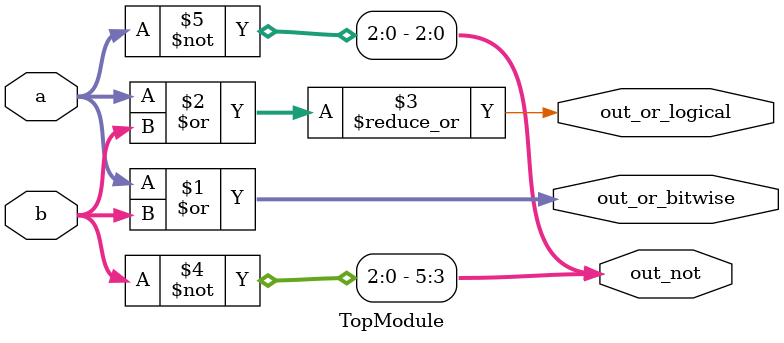
<source format=sv>

module TopModule (
  input [2:0] a,
  input [2:0] b,
  output [2:0] out_or_bitwise,
  output out_or_logical,
  output [5:0] out_not
);
assign out_or_bitwise = a | b;
assign out_or_logical = |(a | b);
assign out_not[5:3] = ~b;
assign out_not[2:0] = ~a;
endmodule

</source>
